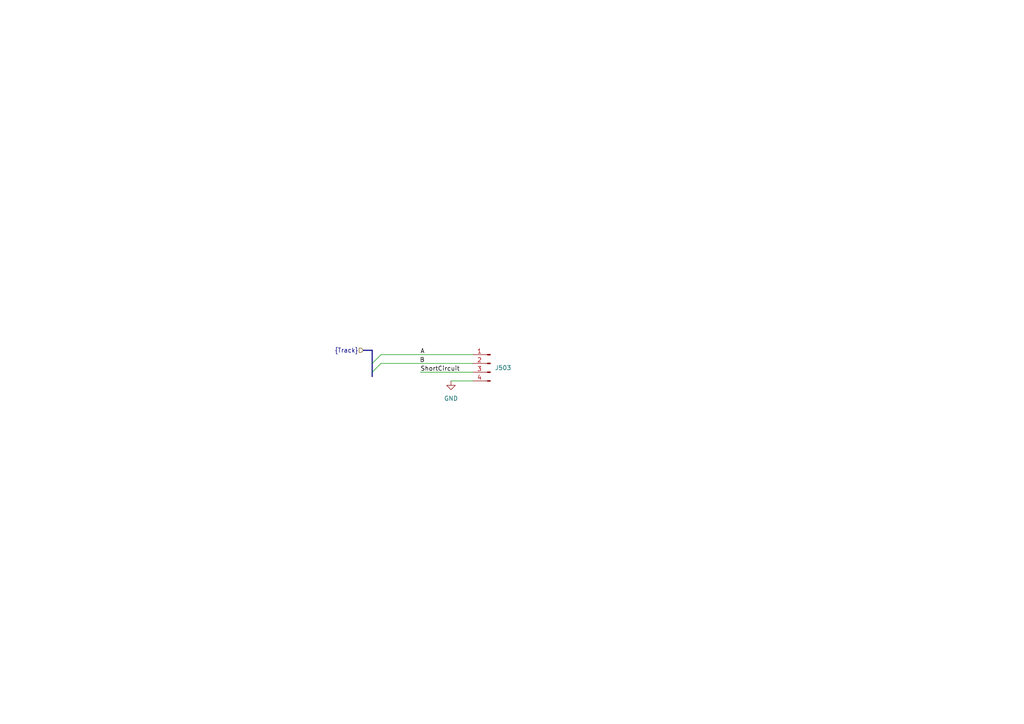
<source format=kicad_sch>
(kicad_sch (version 20230121) (generator eeschema)
  (paper "A4")
  (lib_symbols
    (symbol "Connector:Conn_01x04_Pin" (pin_names (offset 1.016) hide)
      (property "Reference" "J" (at 0 5.08 0))
      (property "Value" "Conn_01x04_Pin" (at 0 -7.62 0))
      (symbol "Conn_01x04_Pin_1_1"
        (polyline (pts (xy 1.27 -5.08) (xy 0.8636 -5.08)) (stroke (width 0.1524)))
        (polyline (pts (xy 1.27 -2.54) (xy 0.8636 -2.54)) (stroke (width 0.1524)))
        (polyline (pts (xy 1.27 0) (xy 0.8636 0)) (stroke (width 0.1524)))
        (polyline (pts (xy 1.27 2.54) (xy 0.8636 2.54)) (stroke (width 0.1524)))
        (rectangle (start 0.8636 -4.953) (end 0 -5.207) (stroke (width 0.1524)) (fill (type outline)))
        (rectangle (start 0.8636 -2.413) (end 0 -2.667) (stroke (width 0.1524)) (fill (type outline)))
        (rectangle (start 0.8636 0.127) (end 0 -0.127) (stroke (width 0.1524)) (fill (type outline)))
        (rectangle (start 0.8636 2.667) (end 0 2.413) (stroke (width 0.1524)) (fill (type outline)))
        (pin passive line (at 5.08 2.54 180) (length 3.81) (name "Pin_1") (number "1"))
        (pin passive line (at 5.08 0 180) (length 3.81) (name "Pin_2") (number "2"))
        (pin passive line (at 5.08 -2.54 180) (length 3.81) (name "Pin_3") (number "3"))
        (pin passive line (at 5.08 -5.08 180) (length 3.81) (name "Pin_4") (number "4"))
      )
    )
    (symbol "power:GND" (power) (pin_names (offset 0))
      (property "Value" "GND" (at 0 -3.81 0))
      (symbol "GND_0_1"
        (polyline (pts (xy 0 0) (xy 0 -1.27) (xy 1.27 -1.27) (xy 0 -2.54) (xy -1.27 -1.27) (xy 0 -1.27)))
      )
      (symbol "GND_1_1"
        (pin power_in line (at 0 0 270) (length 0) hide (name "GND") (number "1"))
      )
    )
  )
  (bus_alias "Track" (members "A" "B" "Short"))
  (bus_entry (at 110.49 105.41) (size -2.54 2.54))
  (bus_entry (at 110.49 102.87) (size -2.54 2.54))
  (bus (pts (xy 107.95 101.6) (xy 107.95 105.41)))
  (bus (pts (xy 107.95 107.95) (xy 107.95 109.22)))
  (wire (pts (xy 137.16 102.87) (xy 110.49 102.87)))
  (bus (pts (xy 107.95 105.41) (xy 107.95 107.95)))
  (bus (pts (xy 105.41 101.6) (xy 107.95 101.6)))
  (wire (pts (xy 137.16 107.95) (xy 121.92 107.95)))
  (wire (pts (xy 137.16 110.49) (xy 130.81 110.49)))
  (wire (pts (xy 137.16 105.41) (xy 110.49 105.41)))
  (label "ShortCircuit" (at 121.92 107.95 0))
  (label "B" (at 123.19 105.41 180))
  (label "A" (at 123.19 102.87 180))
  (hierarchical_label "{Track}" (shape input) (at 105.41 101.6 180))
  (symbol (lib_id "Connector:Conn_01x04_Pin") (at 142.24 105.41 0) (mirror y) (unit 1)
    (property "Reference" "J503" (at 143.51 106.68 0) (effects (justify right)))
    (property "Value" "Conn_01x04_Pin" (effects hide))
    (property "Footprint" "Connector_PinHeader_2.54mm:PinHeader_1x04_P2.54mm_Horizontal" (effects hide))
    (property "JLCPCB Part#" "C492412" (effects hide))
  )
  (symbol (lib_id "power:GND") (at 130.81 110.49 0) (mirror y) (unit 1)
    (property "Reference" "#PWR01" (effects hide))
    (property "Value" "GND" (at 130.81 115.57 0))
  )
)
</source>
